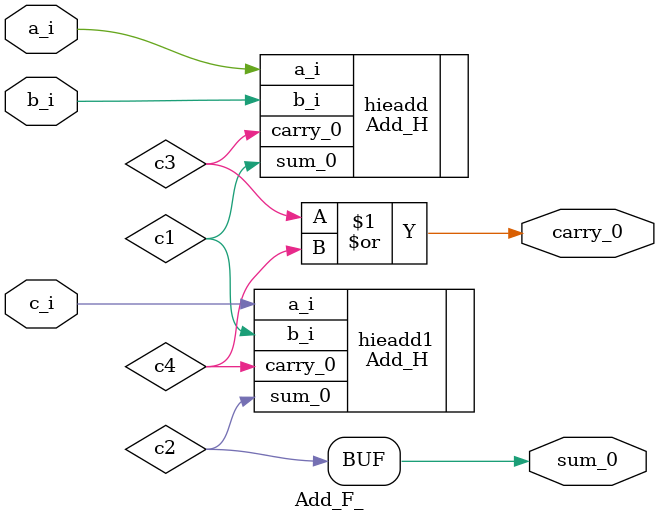
<source format=v>
`timescale 1ns / 1ps


module Add_F_(
    input a_i,
    input b_i,
    input c_i,
    output sum_0,
    output carry_0
    );
   
    wire sum_0,carry_0,c1,c2,c3,c4;
    Add_H hieadd (. a_i(a_i),. b_i (b_i),. sum_0 (c1),. carry_0 (c3));
    Add_H hieadd1 (. a_i(c_i),. b_i (c1),.sum_0 (c2),. carry_0 (c4));
    assign sum_0=c2;
    assign carry_0=c3|c4;
    
endmodule
    


</source>
